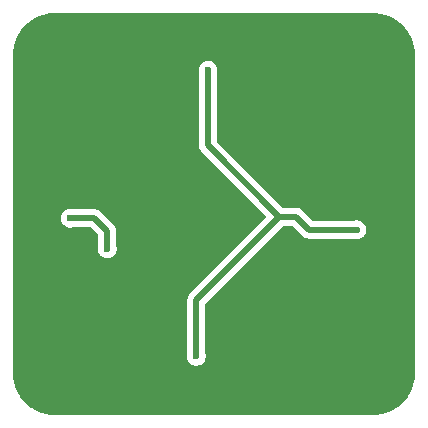
<source format=gbl>
G04 #@! TF.GenerationSoftware,KiCad,Pcbnew,9.0.3*
G04 #@! TF.CreationDate,2025-08-26T16:33:49-07:00*
G04 #@! TF.ProjectId,i2c_breakout,6932635f-6272-4656-916b-6f75742e6b69,v1.0.0*
G04 #@! TF.SameCoordinates,Original*
G04 #@! TF.FileFunction,Copper,L2,Bot*
G04 #@! TF.FilePolarity,Positive*
%FSLAX45Y45*%
G04 Gerber Fmt 4.5, Leading zero omitted, Abs format (unit mm)*
G04 Created by KiCad (PCBNEW 9.0.3) date 2025-08-26 16:33:49*
%MOMM*%
%LPD*%
G01*
G04 APERTURE LIST*
G04 #@! TA.AperFunction,ComponentPad*
%ADD10C,5.700000*%
G04 #@! TD*
G04 #@! TA.AperFunction,ViaPad*
%ADD11C,0.600000*%
G04 #@! TD*
G04 #@! TA.AperFunction,Conductor*
%ADD12C,0.500000*%
G04 #@! TD*
G04 APERTURE END LIST*
D10*
X15350000Y-7850000D03*
X12750000Y-7850000D03*
X15350000Y-5250000D03*
X12750000Y-5250000D03*
D11*
X12832500Y-6583750D03*
X13147500Y-6843750D03*
X15257500Y-6683750D03*
X14000000Y-5333750D03*
X14605000Y-6573750D03*
X13900000Y-7753750D03*
D12*
X13147500Y-6843750D02*
X13147500Y-6692500D01*
X13038750Y-6583750D02*
X12832500Y-6583750D01*
X13147500Y-6692500D02*
X13038750Y-6583750D01*
X14605000Y-6573750D02*
X14000000Y-5968750D01*
X14605000Y-6573750D02*
X13900000Y-7278750D01*
X14748750Y-6573750D02*
X14858750Y-6683750D01*
X14000000Y-5968750D02*
X14000000Y-5333750D01*
X14858750Y-6683750D02*
X15257500Y-6683750D01*
X13900000Y-7278750D02*
X13900000Y-7753750D01*
X14605000Y-6573750D02*
X14748750Y-6573750D01*
G04 #@! TA.AperFunction,Conductor*
G36*
X15400303Y-4850065D02*
G01*
X15433693Y-4851705D01*
X15434904Y-4851825D01*
X15445215Y-4853354D01*
X15467670Y-4856685D01*
X15468862Y-4856922D01*
X15500995Y-4864971D01*
X15502159Y-4865324D01*
X15509281Y-4867872D01*
X15533347Y-4876483D01*
X15534469Y-4876948D01*
X15564416Y-4891112D01*
X15565487Y-4891684D01*
X15593899Y-4908714D01*
X15594911Y-4909390D01*
X15621517Y-4929122D01*
X15622458Y-4929894D01*
X15647001Y-4952140D01*
X15647860Y-4952999D01*
X15666575Y-4973648D01*
X15670105Y-4977542D01*
X15670877Y-4978483D01*
X15690610Y-5005089D01*
X15691286Y-5006101D01*
X15704178Y-5027609D01*
X15708315Y-5034512D01*
X15708888Y-5035585D01*
X15723051Y-5065530D01*
X15723517Y-5066654D01*
X15734676Y-5097841D01*
X15735029Y-5099006D01*
X15743078Y-5131137D01*
X15743315Y-5132331D01*
X15748175Y-5165096D01*
X15748295Y-5166307D01*
X15749935Y-5199697D01*
X15749950Y-5200305D01*
X15749950Y-7899695D01*
X15749935Y-7900303D01*
X15748295Y-7933693D01*
X15748175Y-7934904D01*
X15743315Y-7967669D01*
X15743078Y-7968863D01*
X15735029Y-8000994D01*
X15734676Y-8002159D01*
X15723517Y-8033346D01*
X15723051Y-8034470D01*
X15708888Y-8064415D01*
X15708315Y-8065488D01*
X15691286Y-8093899D01*
X15690610Y-8094911D01*
X15670877Y-8121517D01*
X15670105Y-8122458D01*
X15647861Y-8147001D01*
X15647001Y-8147861D01*
X15622458Y-8170105D01*
X15621517Y-8170877D01*
X15594911Y-8190610D01*
X15593899Y-8191286D01*
X15565488Y-8208315D01*
X15564415Y-8208888D01*
X15534470Y-8223051D01*
X15533346Y-8223517D01*
X15502159Y-8234676D01*
X15500994Y-8235029D01*
X15468863Y-8243078D01*
X15467669Y-8243315D01*
X15434904Y-8248175D01*
X15433693Y-8248295D01*
X15402199Y-8249842D01*
X15400303Y-8249935D01*
X15399695Y-8249950D01*
X12700305Y-8249950D01*
X12699697Y-8249935D01*
X12697690Y-8249836D01*
X12666307Y-8248295D01*
X12665096Y-8248175D01*
X12632330Y-8243315D01*
X12631137Y-8243078D01*
X12599005Y-8235029D01*
X12597841Y-8234676D01*
X12566654Y-8223517D01*
X12565530Y-8223051D01*
X12535584Y-8208888D01*
X12534512Y-8208315D01*
X12506101Y-8191286D01*
X12505089Y-8190610D01*
X12478483Y-8170877D01*
X12477542Y-8170105D01*
X12473647Y-8166575D01*
X12452999Y-8147860D01*
X12452139Y-8147001D01*
X12429894Y-8122458D01*
X12429122Y-8121517D01*
X12409390Y-8094911D01*
X12408714Y-8093899D01*
X12391684Y-8065487D01*
X12391112Y-8064416D01*
X12376948Y-8034469D01*
X12376483Y-8033346D01*
X12365324Y-8002159D01*
X12364971Y-8000994D01*
X12364096Y-7997501D01*
X12356922Y-7968862D01*
X12356685Y-7967669D01*
X12351824Y-7934904D01*
X12351705Y-7933693D01*
X12350065Y-7900303D01*
X12350050Y-7899695D01*
X12350050Y-7745866D01*
X13819950Y-7745866D01*
X13819950Y-7746650D01*
X13819950Y-7761635D01*
X13823026Y-7777099D01*
X13823026Y-7777100D01*
X13829060Y-7791667D01*
X13829061Y-7791668D01*
X13837821Y-7804779D01*
X13837821Y-7804779D01*
X13848971Y-7815929D01*
X13848971Y-7815929D01*
X13862081Y-7824689D01*
X13862083Y-7824690D01*
X13876650Y-7830723D01*
X13876650Y-7830724D01*
X13892115Y-7833800D01*
X13892116Y-7833800D01*
X13892116Y-7833800D01*
X13907884Y-7833800D01*
X13907884Y-7833800D01*
X13923350Y-7830724D01*
X13937918Y-7824689D01*
X13951029Y-7815929D01*
X13962179Y-7804779D01*
X13970939Y-7791668D01*
X13976974Y-7777100D01*
X13980050Y-7761634D01*
X13980050Y-7745866D01*
X13980050Y-7745865D01*
X13980050Y-7745865D01*
X13976974Y-7730401D01*
X13976974Y-7730401D01*
X13976974Y-7730400D01*
X13975994Y-7728034D01*
X13975050Y-7723290D01*
X13975050Y-7314973D01*
X13977018Y-7308269D01*
X13978682Y-7306205D01*
X14632455Y-6652432D01*
X14638587Y-6649083D01*
X14641223Y-6648800D01*
X14712527Y-6648800D01*
X14719231Y-6650768D01*
X14721295Y-6652432D01*
X14810908Y-6742045D01*
X14810908Y-6742045D01*
X14816720Y-6745929D01*
X14816721Y-6745929D01*
X14816721Y-6745929D01*
X14823200Y-6750258D01*
X14836859Y-6755916D01*
X14836859Y-6755916D01*
X14836859Y-6755916D01*
X14851358Y-6758800D01*
X14851358Y-6758800D01*
X14851358Y-6758800D01*
X14866142Y-6758800D01*
X15227040Y-6758800D01*
X15231784Y-6759744D01*
X15234150Y-6760724D01*
X15234151Y-6760724D01*
X15234151Y-6760724D01*
X15249615Y-6763800D01*
X15249616Y-6763800D01*
X15249616Y-6763800D01*
X15265384Y-6763800D01*
X15265384Y-6763800D01*
X15280850Y-6760724D01*
X15295418Y-6754689D01*
X15308529Y-6745929D01*
X15319679Y-6734779D01*
X15328439Y-6721668D01*
X15334474Y-6707100D01*
X15337550Y-6691634D01*
X15337550Y-6675866D01*
X15337550Y-6675865D01*
X15337550Y-6675865D01*
X15334547Y-6660768D01*
X15334474Y-6660400D01*
X15334202Y-6659744D01*
X15328440Y-6645833D01*
X15328439Y-6645831D01*
X15319679Y-6632721D01*
X15319679Y-6632721D01*
X15308529Y-6621571D01*
X15308529Y-6621571D01*
X15295418Y-6612811D01*
X15295417Y-6612810D01*
X15280850Y-6606776D01*
X15280849Y-6606776D01*
X15265384Y-6603700D01*
X15265384Y-6603700D01*
X15249616Y-6603700D01*
X15249615Y-6603700D01*
X15234151Y-6606776D01*
X15234151Y-6606776D01*
X15234150Y-6606776D01*
X15234150Y-6606776D01*
X15231784Y-6607756D01*
X15227040Y-6608700D01*
X14894973Y-6608700D01*
X14888269Y-6606731D01*
X14886205Y-6605068D01*
X14796592Y-6515455D01*
X14796591Y-6515455D01*
X14789223Y-6510531D01*
X14789223Y-6510531D01*
X14784299Y-6507241D01*
X14770642Y-6501584D01*
X14770641Y-6501584D01*
X14756142Y-6498700D01*
X14756142Y-6498700D01*
X14641223Y-6498700D01*
X14634519Y-6496731D01*
X14632455Y-6495068D01*
X14078682Y-5941295D01*
X14075333Y-5935163D01*
X14075050Y-5932527D01*
X14075050Y-5364210D01*
X14075994Y-5359465D01*
X14076974Y-5357100D01*
X14080050Y-5341634D01*
X14080050Y-5325866D01*
X14080050Y-5325866D01*
X14080050Y-5325865D01*
X14076974Y-5310401D01*
X14076974Y-5310400D01*
X14076973Y-5310400D01*
X14070940Y-5295833D01*
X14070939Y-5295831D01*
X14062179Y-5282721D01*
X14062179Y-5282721D01*
X14051029Y-5271571D01*
X14051029Y-5271571D01*
X14037918Y-5262811D01*
X14037917Y-5262810D01*
X14023350Y-5256776D01*
X14023349Y-5256776D01*
X14007884Y-5253700D01*
X14007884Y-5253700D01*
X13992116Y-5253700D01*
X13992115Y-5253700D01*
X13976651Y-5256776D01*
X13976650Y-5256776D01*
X13962083Y-5262810D01*
X13962081Y-5262811D01*
X13948971Y-5271571D01*
X13948971Y-5271571D01*
X13937821Y-5282721D01*
X13937821Y-5282721D01*
X13929061Y-5295831D01*
X13929060Y-5295833D01*
X13923026Y-5310400D01*
X13923026Y-5310401D01*
X13919950Y-5325865D01*
X13919950Y-5341635D01*
X13923026Y-5357099D01*
X13923026Y-5357100D01*
X13924006Y-5359465D01*
X13924950Y-5364210D01*
X13924950Y-5976142D01*
X13924950Y-5976142D01*
X13924950Y-5976142D01*
X13927834Y-5990641D01*
X13927834Y-5990642D01*
X13933491Y-6004299D01*
X13936781Y-6009223D01*
X13936781Y-6009223D01*
X13941705Y-6016591D01*
X13941705Y-6016592D01*
X14490095Y-6564982D01*
X14493443Y-6571114D01*
X14492945Y-6578083D01*
X14490095Y-6582518D01*
X13841705Y-7230908D01*
X13841704Y-7230909D01*
X13836781Y-7238277D01*
X13836781Y-7238277D01*
X13833492Y-7243200D01*
X13833491Y-7243201D01*
X13827834Y-7256859D01*
X13827834Y-7256859D01*
X13824950Y-7271358D01*
X13824950Y-7723290D01*
X13824805Y-7724019D01*
X13824641Y-7726042D01*
X13824408Y-7727065D01*
X13823026Y-7730400D01*
X13819950Y-7745866D01*
X12350050Y-7745866D01*
X12350050Y-6575865D01*
X12752450Y-6575865D01*
X12752450Y-6591635D01*
X12755526Y-6607099D01*
X12755526Y-6607100D01*
X12761560Y-6621667D01*
X12761561Y-6621668D01*
X12770321Y-6634779D01*
X12770321Y-6634779D01*
X12781471Y-6645929D01*
X12781471Y-6645929D01*
X12794581Y-6654689D01*
X12794583Y-6654690D01*
X12804506Y-6658800D01*
X12809150Y-6660724D01*
X12824615Y-6663800D01*
X12824616Y-6663800D01*
X12824616Y-6663800D01*
X12840384Y-6663800D01*
X12840384Y-6663800D01*
X12848015Y-6662282D01*
X12855849Y-6660724D01*
X12855849Y-6660724D01*
X12855850Y-6660724D01*
X12858215Y-6659744D01*
X12862960Y-6658800D01*
X13002527Y-6658800D01*
X13009231Y-6660768D01*
X13011295Y-6662432D01*
X13068818Y-6719955D01*
X13072167Y-6726087D01*
X13072450Y-6728723D01*
X13072450Y-6813290D01*
X13071506Y-6818034D01*
X13070526Y-6820400D01*
X13070526Y-6820401D01*
X13070526Y-6820401D01*
X13067450Y-6835865D01*
X13067450Y-6851635D01*
X13070526Y-6867099D01*
X13070526Y-6867100D01*
X13076560Y-6881667D01*
X13076561Y-6881668D01*
X13085321Y-6894779D01*
X13085321Y-6894779D01*
X13096471Y-6905929D01*
X13096471Y-6905929D01*
X13109581Y-6914689D01*
X13109583Y-6914690D01*
X13124150Y-6920723D01*
X13124150Y-6920724D01*
X13139615Y-6923800D01*
X13139616Y-6923800D01*
X13139616Y-6923800D01*
X13155384Y-6923800D01*
X13155384Y-6923800D01*
X13170850Y-6920724D01*
X13185418Y-6914689D01*
X13198529Y-6905929D01*
X13209679Y-6894779D01*
X13218439Y-6881668D01*
X13224474Y-6867100D01*
X13227550Y-6851634D01*
X13227550Y-6835866D01*
X13227550Y-6835865D01*
X13227550Y-6835865D01*
X13224474Y-6820401D01*
X13224474Y-6820401D01*
X13224474Y-6820400D01*
X13223494Y-6818034D01*
X13222550Y-6813290D01*
X13222550Y-6685108D01*
X13219666Y-6670609D01*
X13219666Y-6670609D01*
X13219666Y-6670609D01*
X13219666Y-6670608D01*
X13214009Y-6656951D01*
X13214008Y-6656950D01*
X13205795Y-6644658D01*
X13205795Y-6644658D01*
X13195342Y-6634205D01*
X13168236Y-6607099D01*
X13086592Y-6525455D01*
X13086591Y-6525455D01*
X13079223Y-6520531D01*
X13079223Y-6520531D01*
X13074299Y-6517241D01*
X13060642Y-6511584D01*
X13060641Y-6511584D01*
X13046142Y-6508700D01*
X13046142Y-6508700D01*
X12862960Y-6508700D01*
X12858215Y-6507756D01*
X12855850Y-6506776D01*
X12855849Y-6506776D01*
X12855849Y-6506776D01*
X12840384Y-6503700D01*
X12840384Y-6503700D01*
X12824616Y-6503700D01*
X12824615Y-6503700D01*
X12809151Y-6506776D01*
X12809150Y-6506776D01*
X12794583Y-6512810D01*
X12794581Y-6512811D01*
X12781471Y-6521571D01*
X12781471Y-6521571D01*
X12770321Y-6532721D01*
X12770321Y-6532721D01*
X12761561Y-6545831D01*
X12761560Y-6545833D01*
X12755526Y-6560400D01*
X12755526Y-6560401D01*
X12752450Y-6575865D01*
X12350050Y-6575865D01*
X12350050Y-5200305D01*
X12350065Y-5199697D01*
X12351705Y-5166307D01*
X12351824Y-5165096D01*
X12356685Y-5132330D01*
X12356922Y-5131139D01*
X12364971Y-5099004D01*
X12365324Y-5097841D01*
X12376483Y-5066653D01*
X12376948Y-5065532D01*
X12391112Y-5035583D01*
X12391684Y-5034514D01*
X12408714Y-5006100D01*
X12409389Y-5005091D01*
X12429123Y-4978482D01*
X12429893Y-4977543D01*
X12452140Y-4952998D01*
X12452997Y-4952141D01*
X12477543Y-4929894D01*
X12478482Y-4929123D01*
X12505090Y-4909389D01*
X12506100Y-4908715D01*
X12534514Y-4891684D01*
X12535583Y-4891112D01*
X12565532Y-4876948D01*
X12566652Y-4876484D01*
X12597841Y-4865324D01*
X12599004Y-4864971D01*
X12631138Y-4856922D01*
X12632330Y-4856685D01*
X12665096Y-4851824D01*
X12666307Y-4851705D01*
X12699697Y-4850065D01*
X12700305Y-4850050D01*
X12706589Y-4850050D01*
X15393411Y-4850050D01*
X15399695Y-4850050D01*
X15400303Y-4850065D01*
G37*
G04 #@! TD.AperFunction*
M02*

</source>
